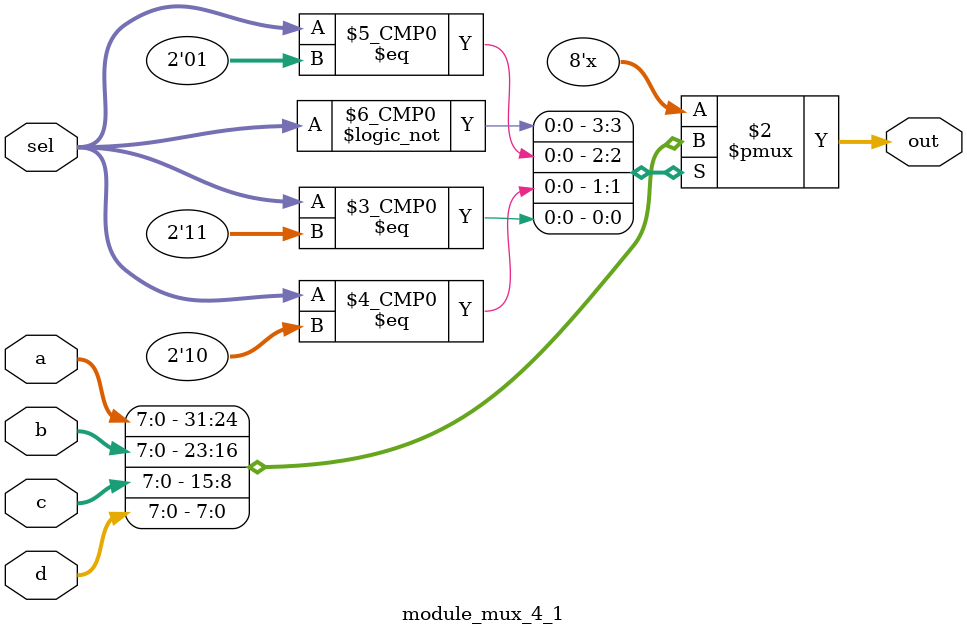
<source format=sv>
module module_mux_4_1 #(
    parameter ANCHO = 8
)(
    input logic [ANCHO - 1 : 0]     a,
    input logic [ANCHO - 1 : 0]     b,
    input logic [ANCHO - 1 : 0]     c,
    input logic [ANCHO - 1 : 0]     d,
    input logic [1 : 0]             sel,
    output logic [ANCHO - 1 : 0]    out
);

    always_comb begin
        case(sel)
            2'b00: out = a;
            2'b01: out = b;
            2'b10: out = c;
            2'b11: out = d;
            default: out = '0;
        endcase
    end
endmodule
</source>
